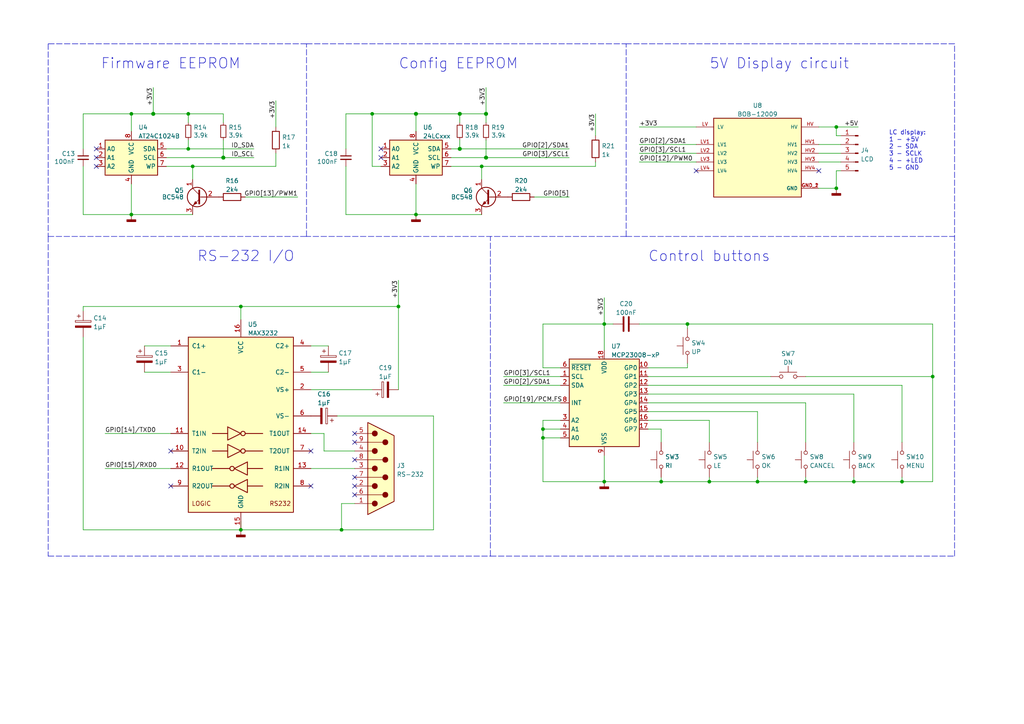
<source format=kicad_sch>
(kicad_sch (version 20211123) (generator eeschema)
  (paper "A4")
  (title_block (title "The Ulysses Board") (date "2022-09-08") (rev "1.3") (company "Dirk Gottschalk") (comment 1 "Base module") (comment 2 "Schematics") (comment 3 "Draft") (comment 4 "EN") (comment 5 "Tech- dev.") (comment 6 "n/a") (comment 7 "Dirk Gottschalk"))
  (lib_symbols
    (symbol "BOB-12009:BOB-12009" (pin_names (offset 1.016))
      (property "Reference" "U" (at -12.7 11.43 0))
      (property "Value" "BOB-12009" (at -12.7 -15.24 0))
      (symbol "BOB-12009_0_0"
        (rectangle (start -12.7 -12.7) (end 12.7 10.16) (stroke (width 0.254)) (fill (type background)))
        (pin power_in line (at 17.78 -10.16 180) (length 5.08) (name "GND") (number "GND_1"))
        (pin power_in line (at 17.78 -10.16 180) (length 5.08) (name "GND") (number "GND_2"))
        (pin bidirectional line (at 17.78 7.62 180) (length 5.08) (name "HV") (number "HV"))
        (pin bidirectional line (at 17.78 2.54 180) (length 5.08) (name "HV1") (number "HV1"))
        (pin bidirectional line (at 17.78 0 180) (length 5.08) (name "HV2") (number "HV2"))
        (pin bidirectional line (at 17.78 -2.54 180) (length 5.08) (name "HV3") (number "HV3"))
        (pin bidirectional line (at 17.78 -5.08 180) (length 5.08) (name "HV4") (number "HV4"))
        (pin bidirectional line (at -17.78 7.62 0) (length 5.08) (name "LV") (number "LV"))
        (pin bidirectional line (at -17.78 2.54 0) (length 5.08) (name "LV1") (number "LV1"))
        (pin bidirectional line (at -17.78 0 0) (length 5.08) (name "LV2") (number "LV2"))
        (pin bidirectional line (at -17.78 -2.54 0) (length 5.08) (name "LV3") (number "LV3"))
        (pin bidirectional line (at -17.78 -5.08 0) (length 5.08) (name "LV4") (number "LV4"))
      )
    )
    (symbol "Connector:Conn_01x05_Male" (pin_names (offset 1.016) hide)
      (property "Reference" "J" (at 0 7.62 0))
      (property "Value" "Conn_01x05_Male" (at 0 -7.62 0))
      (symbol "Conn_01x05_Male_1_1"
        (polyline (pts (xy 1.27 -5.08) (xy 0.8636 -5.08)) (stroke (width 0.1524)))
        (polyline (pts (xy 1.27 -2.54) (xy 0.8636 -2.54)) (stroke (width 0.1524)))
        (polyline (pts (xy 1.27 0) (xy 0.8636 0)) (stroke (width 0.1524)))
        (polyline (pts (xy 1.27 2.54) (xy 0.8636 2.54)) (stroke (width 0.1524)))
        (polyline (pts (xy 1.27 5.08) (xy 0.8636 5.08)) (stroke (width 0.1524)))
        (rectangle (start 0.8636 -4.953) (end 0 -5.207) (stroke (width 0.1524)) (fill (type outline)))
        (rectangle (start 0.8636 -2.413) (end 0 -2.667) (stroke (width 0.1524)) (fill (type outline)))
        (rectangle (start 0.8636 0.127) (end 0 -0.127) (stroke (width 0.1524)) (fill (type outline)))
        (rectangle (start 0.8636 2.667) (end 0 2.413) (stroke (width 0.1524)) (fill (type outline)))
        (rectangle (start 0.8636 5.207) (end 0 4.953) (stroke (width 0.1524)) (fill (type outline)))
        (pin passive line (at 5.08 5.08 180) (length 3.81) (name "Pin_1") (number "1"))
        (pin passive line (at 5.08 2.54 180) (length 3.81) (name "Pin_2") (number "2"))
        (pin passive line (at 5.08 0 180) (length 3.81) (name "Pin_3") (number "3"))
        (pin passive line (at 5.08 -2.54 180) (length 3.81) (name "Pin_4") (number "4"))
        (pin passive line (at 5.08 -5.08 180) (length 3.81) (name "Pin_5") (number "5"))
      )
    )
    (symbol "Connector:DB9_Male" (pin_names (offset 1.016) hide)
      (property "Reference" "J" (at 0 13.97 0))
      (property "Value" "DB9_Male" (at 0 -14.605 0))
      (symbol "DB9_Male_0_1"
        (circle (center -1.778 -10.16) (radius 0.762) (fill (type outline)))
        (circle (center -1.778 -5.08) (radius 0.762) (fill (type outline)))
        (circle (center -1.778 0) (radius 0.762) (fill (type outline)))
        (circle (center -1.778 5.08) (radius 0.762) (fill (type outline)))
        (circle (center -1.778 10.16) (radius 0.762) (fill (type outline)))
        (polyline (pts (xy -3.81 -10.16) (xy -2.54 -10.16)))
        (polyline (pts (xy -3.81 -7.62) (xy 0.508 -7.62)))
        (polyline (pts (xy -3.81 -5.08) (xy -2.54 -5.08)))
        (polyline (pts (xy -3.81 -2.54) (xy 0.508 -2.54)))
        (polyline (pts (xy -3.81 0) (xy -2.54 0)))
        (polyline (pts (xy -3.81 2.54) (xy 0.508 2.54)))
        (polyline (pts (xy -3.81 5.08) (xy -2.54 5.08)))
        (polyline (pts (xy -3.81 7.62) (xy 0.508 7.62)))
        (polyline (pts (xy -3.81 10.16) (xy -2.54 10.16)))
        (polyline (pts (xy -3.81 -13.335) (xy -3.81 13.335) (xy 3.81 9.525) (xy 3.81 -9.525) (xy -3.81 -13.335)) (stroke (width 0.254)) (fill (type background)))
        (circle (center 1.27 -7.62) (radius 0.762) (fill (type outline)))
        (circle (center 1.27 -2.54) (radius 0.762) (fill (type outline)))
        (circle (center 1.27 2.54) (radius 0.762) (fill (type outline)))
        (circle (center 1.27 7.62) (radius 0.762) (fill (type outline)))
      )
      (symbol "DB9_Male_1_1"
        (pin passive line (at -7.62 -10.16 0) (length 3.81) (name "1") (number "1"))
        (pin passive line (at -7.62 -5.08 0) (length 3.81) (name "2") (number "2"))
        (pin passive line (at -7.62 0 0) (length 3.81) (name "3") (number "3"))
        (pin passive line (at -7.62 5.08 0) (length 3.81) (name "4") (number "4"))
        (pin passive line (at -7.62 10.16 0) (length 3.81) (name "5") (number "5"))
        (pin passive line (at -7.62 -7.62 0) (length 3.81) (name "6") (number "6"))
        (pin passive line (at -7.62 -2.54 0) (length 3.81) (name "7") (number "7"))
        (pin passive line (at -7.62 2.54 0) (length 3.81) (name "8") (number "8"))
        (pin passive line (at -7.62 7.62 0) (length 3.81) (name "9") (number "9"))
      )
    )
    (symbol "Device:C" (pin_numbers hide) (pin_names (offset 0.254))
      (property "Reference" "C" (at 0.635 2.54 0))
      (property "Value" "C" (at 0.635 -2.54 0))
      (symbol "C_0_1"
        (polyline (pts (xy -2.032 -0.762) (xy 2.032 -0.762)) (stroke (width 0.508)))
        (polyline (pts (xy -2.032 0.762) (xy 2.032 0.762)) (stroke (width 0.508)))
      )
      (symbol "C_1_1"
        (pin passive line (at 0 3.81 270) (length 2.794) (name "~") (number "1"))
        (pin passive line (at 0 -3.81 90) (length 2.794) (name "~") (number "2"))
      )
    )
    (symbol "Device:C_Polarized" (pin_numbers hide) (pin_names (offset 0.254))
      (property "Reference" "C" (at 0.635 2.54 0))
      (property "Value" "C_Polarized" (at 0.635 -2.54 0))
      (symbol "C_Polarized_0_1"
        (rectangle (start -2.286 0.508) (end 2.286 1.016))
        (polyline (pts (xy -1.778 2.286) (xy -0.762 2.286)))
        (polyline (pts (xy -1.27 2.794) (xy -1.27 1.778)))
        (rectangle (start 2.286 -0.508) (end -2.286 -1.016) (fill (type outline)))
      )
      (symbol "C_Polarized_1_1"
        (pin passive line (at 0 3.81 270) (length 2.794) (name "~") (number "1"))
        (pin passive line (at 0 -3.81 90) (length 2.794) (name "~") (number "2"))
      )
    )
    (symbol "Device:C_Small" (pin_numbers hide) (pin_names (offset 0.254) hide)
      (property "Reference" "C" (at 0.254 1.778 0))
      (property "Value" "C_Small" (at 0.254 -2.032 0))
      (symbol "C_Small_0_1"
        (polyline (pts (xy -1.524 -0.508) (xy 1.524 -0.508)) (stroke (width 0.3302)))
        (polyline (pts (xy -1.524 0.508) (xy 1.524 0.508)) (stroke (width 0.3048)))
      )
      (symbol "C_Small_1_1"
        (pin passive line (at 0 2.54 270) (length 2.032) (name "~") (number "1"))
        (pin passive line (at 0 -2.54 90) (length 2.032) (name "~") (number "2"))
      )
    )
    (symbol "Device:R" (pin_numbers hide) (pin_names (offset 0))
      (property "Reference" "R" (at 2.032 0 90))
      (property "Value" "R" (at 0 0 90))
      (symbol "R_0_1"
        (rectangle (start -1.016 -2.54) (end 1.016 2.54) (stroke (width 0.254)))
      )
      (symbol "R_1_1"
        (pin passive line (at 0 3.81 270) (length 1.27) (name "~") (number "1"))
        (pin passive line (at 0 -3.81 90) (length 1.27) (name "~") (number "2"))
      )
    )
    (symbol "Device:R_Small" (pin_numbers hide) (pin_names (offset 0.254) hide)
      (property "Reference" "R" (at 0.762 0.508 0))
      (property "Value" "R_Small" (at 0.762 -1.016 0))
      (symbol "R_Small_0_1"
        (rectangle (start -0.762 1.778) (end 0.762 -1.778) (stroke (width 0.2032)))
      )
      (symbol "R_Small_1_1"
        (pin passive line (at 0 2.54 270) (length 0.762) (name "~") (number "1"))
        (pin passive line (at 0 -2.54 90) (length 0.762) (name "~") (number "2"))
      )
    )
    (symbol "Interface_Expansion:MCP23008-xP"
      (property "Reference" "U" (at -8.89 13.97 0))
      (property "Value" "MCP23008-xP" (at 8.89 13.97 0))
      (symbol "MCP23008-xP_0_1"
        (rectangle (start -10.16 12.7) (end 10.16 -12.7) (stroke (width 0.254)) (fill (type background)))
      )
      (symbol "MCP23008-xP_1_1"
        (pin input line (at -12.7 7.62 0) (length 2.54) (name "SCL") (number "1"))
        (pin bidirectional line (at 12.7 10.16 180) (length 2.54) (name "GP0") (number "10"))
        (pin bidirectional line (at 12.7 7.62 180) (length 2.54) (name "GP1") (number "11"))
        (pin bidirectional line (at 12.7 5.08 180) (length 2.54) (name "GP2") (number "12"))
        (pin bidirectional line (at 12.7 2.54 180) (length 2.54) (name "GP3") (number "13"))
        (pin bidirectional line (at 12.7 0 180) (length 2.54) (name "GP4") (number "14"))
        (pin bidirectional line (at 12.7 -2.54 180) (length 2.54) (name "GP5") (number "15"))
        (pin bidirectional line (at 12.7 -5.08 180) (length 2.54) (name "GP6") (number "16"))
        (pin bidirectional line (at 12.7 -7.62 180) (length 2.54) (name "GP7") (number "17"))
        (pin power_in line (at 0 15.24 270) (length 2.54) (name "VDD") (number "18"))
        (pin bidirectional line (at -12.7 5.08 0) (length 2.54) (name "SDA") (number "2"))
        (pin input line (at -12.7 -5.08 0) (length 2.54) (name "A2") (number "3"))
        (pin input line (at -12.7 -7.62 0) (length 2.54) (name "A1") (number "4"))
        (pin input line (at -12.7 -10.16 0) (length 2.54) (name "A0") (number "5"))
        (pin input line (at -12.7 10.16 0) (length 2.54) (name "~{RESET}") (number "6"))
        (pin no_connect line (at -10.16 -2.54 0) (length 2.54) hide (name "NC") (number "7"))
        (pin output line (at -12.7 0 0) (length 2.54) (name "INT") (number "8"))
        (pin power_in line (at 0 -15.24 90) (length 2.54) (name "VSS") (number "9"))
      )
    )
    (symbol "Interface_UART:MAX3232" (pin_names (offset 1.016))
      (property "Reference" "U" (at -2.54 28.575 0))
      (property "Value" "MAX3232" (at -2.54 26.67 0))
      (symbol "MAX3232_0_0"
        (text "LOGIC" (at -11.43 -22.86 0) (effects (font (size 1.27 1.27))))
        (text "RS232" (at 11.43 -22.86 0) (effects (font (size 1.27 1.27))))
      )
      (symbol "MAX3232_0_1"
        (rectangle (start -15.24 -25.4) (end 15.24 25.4) (stroke (width 0.254)) (fill (type background)))
        (circle (center -2.54 -17.78) (radius 0.635) (stroke (width 0.254)))
        (circle (center -2.54 -12.7) (radius 0.635) (stroke (width 0.254)))
        (polyline (pts (xy -3.81 -7.62) (xy -8.255 -7.62)) (stroke (width 0.254)))
        (polyline (pts (xy -3.81 -2.54) (xy -8.255 -2.54)) (stroke (width 0.254)))
        (polyline (pts (xy -3.175 -17.78) (xy -8.255 -17.78)) (stroke (width 0.254)))
        (polyline (pts (xy -3.175 -12.7) (xy -8.255 -12.7)) (stroke (width 0.254)))
        (polyline (pts (xy 1.27 -7.62) (xy 6.35 -7.62)) (stroke (width 0.254)))
        (polyline (pts (xy 1.27 -2.54) (xy 6.35 -2.54)) (stroke (width 0.254)))
        (polyline (pts (xy 1.905 -17.78) (xy 6.35 -17.78)) (stroke (width 0.254)))
        (polyline (pts (xy 1.905 -12.7) (xy 6.35 -12.7)) (stroke (width 0.254)))
        (polyline (pts (xy -3.81 -5.715) (xy -3.81 -9.525) (xy 0 -7.62) (xy -3.81 -5.715)) (stroke (width 0.254)))
        (polyline (pts (xy -3.81 -0.635) (xy -3.81 -4.445) (xy 0 -2.54) (xy -3.81 -0.635)) (stroke (width 0.254)))
        (polyline (pts (xy 1.905 -15.875) (xy 1.905 -19.685) (xy -1.905 -17.78) (xy 1.905 -15.875)) (stroke (width 0.254)))
        (polyline (pts (xy 1.905 -10.795) (xy 1.905 -14.605) (xy -1.905 -12.7) (xy 1.905 -10.795)) (stroke (width 0.254)))
        (circle (center 0.635 -7.62) (radius 0.635) (stroke (width 0.254)))
        (circle (center 0.635 -2.54) (radius 0.635) (stroke (width 0.254)))
      )
      (symbol "MAX3232_1_1"
        (pin passive line (at -20.32 22.86 0) (length 5.08) (name "C1+") (number "1"))
        (pin input line (at -20.32 -7.62 0) (length 5.08) (name "T2IN") (number "10"))
        (pin input line (at -20.32 -2.54 0) (length 5.08) (name "T1IN") (number "11"))
        (pin output line (at -20.32 -12.7 0) (length 5.08) (name "R1OUT") (number "12"))
        (pin input line (at 20.32 -12.7 180) (length 5.08) (name "R1IN") (number "13"))
        (pin output line (at 20.32 -2.54 180) (length 5.08) (name "T1OUT") (number "14"))
        (pin power_in line (at 0 -30.48 90) (length 5.08) (name "GND") (number "15"))
        (pin power_in line (at 0 30.48 270) (length 5.08) (name "VCC") (number "16"))
        (pin power_out line (at 20.32 10.16 180) (length 5.08) (name "VS+") (number "2"))
        (pin passive line (at -20.32 15.24 0) (length 5.08) (name "C1-") (number "3"))
        (pin passive line (at 20.32 22.86 180) (length 5.08) (name "C2+") (number "4"))
        (pin passive line (at 20.32 15.24 180) (length 5.08) (name "C2-") (number "5"))
        (pin power_out line (at 20.32 2.54 180) (length 5.08) (name "VS-") (number "6"))
        (pin output line (at 20.32 -7.62 180) (length 5.08) (name "T2OUT") (number "7"))
        (pin input line (at 20.32 -17.78 180) (length 5.08) (name "R2IN") (number "8"))
        (pin output line (at -20.32 -17.78 0) (length 5.08) (name "R2OUT") (number "9"))
      )
    )
    (symbol "Memory_EEPROM:24LC1025"
      (property "Reference" "U" (at -6.35 6.35 0))
      (property "Value" "24LC1025" (at 1.27 6.35 0))
      (symbol "24LC1025_1_1"
        (rectangle (start -7.62 5.08) (end 7.62 -5.08) (stroke (width 0.254)) (fill (type background)))
        (pin input line (at -10.16 2.54 0) (length 2.54) (name "A0") (number "1"))
        (pin input line (at -10.16 0 0) (length 2.54) (name "A1") (number "2"))
        (pin input line (at -10.16 -2.54 0) (length 2.54) (name "A2") (number "3"))
        (pin power_in line (at 0 -7.62 90) (length 2.54) (name "GND") (number "4"))
        (pin bidirectional line (at 10.16 2.54 180) (length 2.54) (name "SDA") (number "5"))
        (pin input line (at 10.16 0 180) (length 2.54) (name "SCL") (number "6"))
        (pin input line (at 10.16 -2.54 180) (length 2.54) (name "WP") (number "7"))
        (pin power_in line (at 0 7.62 270) (length 2.54) (name "VCC") (number "8"))
      )
    )
    (symbol "Memory_EEPROM:CAT24C128"
      (property "Reference" "U" (at -6.35 6.35 0))
      (property "Value" "CAT24C128" (at 1.27 6.35 0))
      (symbol "CAT24C128_1_1"
        (rectangle (start -7.62 5.08) (end 7.62 -5.08) (stroke (width 0.254)) (fill (type background)))
        (pin input line (at -10.16 2.54 0) (length 2.54) (name "A0") (number "1"))
        (pin input line (at -10.16 0 0) (length 2.54) (name "A1") (number "2"))
        (pin input line (at -10.16 -2.54 0) (length 2.54) (name "A2") (number "3"))
        (pin power_in line (at 0 -7.62 90) (length 2.54) (name "GND") (number "4"))
        (pin bidirectional line (at 10.16 2.54 180) (length 2.54) (name "SDA") (number "5"))
        (pin input line (at 10.16 0 180) (length 2.54) (name "SCL") (number "6"))
        (pin input line (at 10.16 -2.54 180) (length 2.54) (name "WP") (number "7"))
        (pin power_in line (at 0 7.62 270) (length 2.54) (name "VCC") (number "8"))
      )
    )
    (symbol "Switch:SW_Push" (pin_numbers hide) (pin_names (offset 1.016) hide)
      (property "Reference" "SW" (at 1.27 2.54 0))
      (property "Value" "SW_Push" (at 0 -1.524 0))
      (symbol "SW_Push_0_1"
        (circle (center -2.032 0) (radius 0.508))
        (polyline (pts (xy 0 1.27) (xy 0 3.048)))
        (polyline (pts (xy 2.54 1.27) (xy -2.54 1.27)))
        (circle (center 2.032 0) (radius 0.508))
        (pin passive line (at -5.08 0 0) (length 2.54) (name "1") (number "1"))
        (pin passive line (at 5.08 0 180) (length 2.54) (name "2") (number "2"))
      )
    )
    (symbol "Transistor_BJT:BC548" (pin_names (offset 0) hide)
      (property "Reference" "Q" (at 5.08 1.905 0))
      (property "Value" "BC548" (at 5.08 0 0))
      (symbol "BC548_0_1"
        (polyline (pts (xy 0 0) (xy 0.635 0)))
        (polyline (pts (xy 0.635 0.635) (xy 2.54 2.54)))
        (polyline (pts (xy 0.635 -0.635) (xy 2.54 -2.54) (xy 2.54 -2.54)))
        (polyline (pts (xy 0.635 1.905) (xy 0.635 -1.905) (xy 0.635 -1.905)) (stroke (width 0.508)))
        (polyline (pts (xy 1.27 -1.778) (xy 1.778 -1.27) (xy 2.286 -2.286) (xy 1.27 -1.778) (xy 1.27 -1.778)) (fill (type outline)))
        (circle (center 1.27 0) (radius 2.8194) (stroke (width 0.254)))
      )
      (symbol "BC548_1_1"
        (pin passive line (at 2.54 5.08 270) (length 2.54) (name "C") (number "1"))
        (pin input line (at -5.08 0 0) (length 5.08) (name "B") (number "2"))
        (pin passive line (at 2.54 -5.08 90) (length 2.54) (name "E") (number "3"))
      )
    )
    (symbol "power:GNDD" (power) (pin_names (offset 0))
      (property "Value" "GNDD" (at 0 -3.175 0))
      (symbol "GNDD_0_1"
        (rectangle (start -1.27 -1.524) (end 1.27 -2.032) (stroke (width 0.254)) (fill (type outline)))
        (polyline (pts (xy 0 0) (xy 0 -1.524)))
      )
      (symbol "GNDD_1_1"
        (pin power_in line (at 0 0 270) (length 0) hide (name "GNDD") (number "1"))
      )
    )
  )
  (junction (at 69.85 88.9))
  (junction (at 55.88 48.26))
  (junction (at 199.39 93.98))
  (junction (at 175.26 139.7))
  (junction (at 38.1 33.02))
  (junction (at 140.97 33.02) (diameter 1.016))
  (junction (at 133.35 33.02) (diameter 1.016))
  (junction (at 120.65 33.02) (diameter 1.016))
  (junction (at 261.62 139.7))
  (junction (at 233.68 139.7))
  (junction (at 205.74 139.7))
  (junction (at 44.45 33.02) (diameter 1.016))
  (junction (at 54.61 43.18))
  (junction (at 157.48 124.46))
  (junction (at 54.61 33.02))
  (junction (at 99.06 153.67))
  (junction (at 38.1 62.23))
  (junction (at 69.85 153.67))
  (junction (at 191.77 139.7))
  (junction (at 140.97 45.72) (diameter 1.016))
  (junction (at 107.95 33.02))
  (junction (at 247.65 139.7))
  (junction (at 139.7 48.26))
  (junction (at 175.26 93.98))
  (junction (at 115.57 88.9))
  (junction (at 64.77 45.72) (diameter 1.016))
  (junction (at 219.71 139.7))
  (junction (at 242.57 36.83))
  (junction (at 157.48 127))
  (junction (at 133.35 43.18) (diameter 1.016))
  (junction (at 270.51 109.22))
  (junction (at 242.57 54.61))
  (junction (at 120.65 62.23))
  (no_connect (at 110.49 45.72))
  (no_connect (at 102.87 133.35))
  (no_connect (at 27.94 48.26))
  (no_connect (at 102.87 138.43))
  (no_connect (at 49.53 130.81))
  (no_connect (at 102.87 128.27))
  (no_connect (at 27.94 43.18))
  (no_connect (at 102.87 140.97))
  (no_connect (at 90.17 130.81))
  (no_connect (at 27.94 45.72))
  (no_connect (at 102.87 143.51))
  (no_connect (at 102.87 125.73))
  (no_connect (at 90.17 140.97))
  (no_connect (at 237.49 49.53))
  (no_connect (at 201.93 49.53))
  (no_connect (at 49.53 140.97))
  (no_connect (at 110.49 43.18))
  (wire (pts (xy 30.48 135.89) (xy 49.53 135.89)))
  (wire (pts (xy 233.68 116.84) (xy 233.68 128.27)))
  (wire (pts (xy 157.48 127) (xy 157.48 139.7)))
  (wire (pts (xy 24.13 48.26) (xy 24.13 62.23)))
  (wire (pts (xy 120.65 53.34) (xy 120.65 62.23)))
  (wire (pts (xy 64.77 35.56) (xy 64.77 33.02)))
  (wire (pts (xy 125.73 120.65) (xy 125.73 153.67)))
  (polyline (pts (xy 13.97 68.58) (xy 13.97 161.29)))
  (wire (pts (xy 242.57 36.83) (xy 248.92 36.83)))
  (wire (pts (xy 219.71 139.7) (xy 233.68 139.7)))
  (wire (pts (xy 162.56 124.46) (xy 157.48 124.46)))
  (wire (pts (xy 233.68 138.43) (xy 233.68 139.7)))
  (wire (pts (xy 185.42 36.83) (xy 201.93 36.83)))
  (wire (pts (xy 187.96 119.38) (xy 219.71 119.38)))
  (wire (pts (xy 95.25 100.33) (xy 90.17 100.33)))
  (wire (pts (xy 157.48 121.92) (xy 157.48 124.46)))
  (wire (pts (xy 130.81 43.18) (xy 133.35 43.18)))
  (wire (pts (xy 115.57 88.9) (xy 115.57 113.03)))
  (wire (pts (xy 187.96 109.22) (xy 223.52 109.22)))
  (wire (pts (xy 191.77 128.27) (xy 191.77 124.46)))
  (wire (pts (xy 270.51 93.98) (xy 270.51 109.22)))
  (wire (pts (xy 233.68 139.7) (xy 247.65 139.7)))
  (wire (pts (xy 90.17 135.89) (xy 102.87 135.89)))
  (wire (pts (xy 100.33 62.23) (xy 120.65 62.23)))
  (wire (pts (xy 205.74 138.43) (xy 205.74 139.7)))
  (wire (pts (xy 48.26 45.72) (xy 64.77 45.72)))
  (wire (pts (xy 44.45 33.02) (xy 54.61 33.02)))
  (wire (pts (xy 38.1 33.02) (xy 38.1 38.1)))
  (wire (pts (xy 133.35 43.18) (xy 165.1 43.18)))
  (wire (pts (xy 157.48 106.68) (xy 162.56 106.68)))
  (wire (pts (xy 69.85 88.9) (xy 115.57 88.9)))
  (wire (pts (xy 69.85 151.13) (xy 69.85 153.67)))
  (wire (pts (xy 55.88 48.26) (xy 55.88 52.07)))
  (polyline (pts (xy 181.61 68.58) (xy 276.86 68.58)))
  (wire (pts (xy 146.05 109.22) (xy 162.56 109.22)))
  (wire (pts (xy 64.77 45.72) (xy 73.66 45.72)))
  (wire (pts (xy 130.81 45.72) (xy 140.97 45.72)))
  (wire (pts (xy 69.85 92.71) (xy 69.85 88.9)))
  (wire (pts (xy 157.48 124.46) (xy 157.48 127)))
  (wire (pts (xy 41.91 107.95) (xy 49.53 107.95)))
  (wire (pts (xy 24.13 62.23) (xy 38.1 62.23)))
  (wire (pts (xy 185.42 46.99) (xy 201.93 46.99)))
  (wire (pts (xy 133.35 33.02) (xy 133.35 35.56)))
  (wire (pts (xy 199.39 93.98) (xy 270.51 93.98)))
  (wire (pts (xy 95.25 107.95) (xy 90.17 107.95)))
  (wire (pts (xy 24.13 88.9) (xy 69.85 88.9)))
  (wire (pts (xy 242.57 49.53) (xy 242.57 54.61)))
  (wire (pts (xy 55.88 48.26) (xy 80.01 48.26)))
  (wire (pts (xy 175.26 93.98) (xy 177.8 93.98)))
  (wire (pts (xy 175.26 86.36) (xy 175.26 93.98)))
  (wire (pts (xy 140.97 40.64) (xy 140.97 45.72)))
  (wire (pts (xy 261.62 128.27) (xy 261.62 111.76)))
  (wire (pts (xy 243.84 49.53) (xy 242.57 49.53)))
  (wire (pts (xy 175.26 93.98) (xy 157.48 93.98)))
  (wire (pts (xy 100.33 48.26) (xy 100.33 62.23)))
  (polyline (pts (xy 142.24 161.29) (xy 276.86 161.29)))
  (wire (pts (xy 140.97 45.72) (xy 165.1 45.72)))
  (wire (pts (xy 54.61 33.02) (xy 64.77 33.02)))
  (wire (pts (xy 247.65 138.43) (xy 247.65 139.7)))
  (wire (pts (xy 54.61 40.64) (xy 54.61 43.18)))
  (wire (pts (xy 38.1 62.23) (xy 55.88 62.23)))
  (wire (pts (xy 38.1 53.34) (xy 38.1 62.23)))
  (wire (pts (xy 175.26 132.08) (xy 175.26 139.7)))
  (wire (pts (xy 185.42 41.91) (xy 201.93 41.91)))
  (wire (pts (xy 48.26 48.26) (xy 55.88 48.26)))
  (wire (pts (xy 191.77 138.43) (xy 191.77 139.7)))
  (wire (pts (xy 187.96 114.3) (xy 247.65 114.3)))
  (wire (pts (xy 30.48 125.73) (xy 49.53 125.73)))
  (wire (pts (xy 41.91 100.33) (xy 49.53 100.33)))
  (wire (pts (xy 185.42 44.45) (xy 201.93 44.45)))
  (polyline (pts (xy 181.61 68.58) (xy 181.61 12.7)))
  (wire (pts (xy 154.94 57.15) (xy 165.1 57.15)))
  (wire (pts (xy 48.26 43.18) (xy 54.61 43.18)))
  (wire (pts (xy 187.96 106.68) (xy 199.39 106.68)))
  (wire (pts (xy 100.33 33.02) (xy 100.33 43.18)))
  (wire (pts (xy 133.35 40.64) (xy 133.35 43.18)))
  (wire (pts (xy 261.62 139.7) (xy 261.62 138.43)))
  (wire (pts (xy 172.72 33.02) (xy 172.72 39.37)))
  (wire (pts (xy 187.96 111.76) (xy 261.62 111.76)))
  (wire (pts (xy 270.51 109.22) (xy 270.51 139.7)))
  (wire (pts (xy 157.48 93.98) (xy 157.48 106.68)))
  (wire (pts (xy 205.74 139.7) (xy 219.71 139.7)))
  (wire (pts (xy 237.49 46.99) (xy 243.84 46.99)))
  (wire (pts (xy 130.81 48.26) (xy 139.7 48.26)))
  (wire (pts (xy 162.56 121.92) (xy 157.48 121.92)))
  (wire (pts (xy 199.39 93.98) (xy 199.39 95.25)))
  (wire (pts (xy 139.7 48.26) (xy 139.7 52.07)))
  (polyline (pts (xy 13.97 68.58) (xy 88.9 68.58)))
  (wire (pts (xy 99.06 146.05) (xy 99.06 153.67)))
  (wire (pts (xy 38.1 33.02) (xy 44.45 33.02)))
  (wire (pts (xy 140.97 33.02) (xy 133.35 33.02)))
  (wire (pts (xy 205.74 121.92) (xy 205.74 128.27)))
  (wire (pts (xy 99.06 146.05) (xy 102.87 146.05)))
  (wire (pts (xy 120.65 33.02) (xy 107.95 33.02)))
  (polyline (pts (xy 276.86 161.29) (xy 276.86 12.7)))
  (wire (pts (xy 102.87 130.81) (xy 93.98 130.81)))
  (wire (pts (xy 157.48 139.7) (xy 175.26 139.7)))
  (wire (pts (xy 237.49 36.83) (xy 242.57 36.83)))
  (wire (pts (xy 24.13 153.67) (xy 69.85 153.67)))
  (polyline (pts (xy 13.97 12.7) (xy 13.97 68.58)))
  (wire (pts (xy 120.65 33.02) (xy 133.35 33.02)))
  (wire (pts (xy 107.95 33.02) (xy 107.95 48.26)))
  (wire (pts (xy 140.97 35.56) (xy 140.97 33.02)))
  (wire (pts (xy 199.39 106.68) (xy 199.39 105.41)))
  (wire (pts (xy 187.96 124.46) (xy 191.77 124.46)))
  (wire (pts (xy 162.56 127) (xy 157.48 127)))
  (wire (pts (xy 24.13 90.17) (xy 24.13 88.9)))
  (polyline (pts (xy 142.24 161.29) (xy 142.24 68.58)))
  (wire (pts (xy 270.51 139.7) (xy 261.62 139.7)))
  (wire (pts (xy 233.68 109.22) (xy 270.51 109.22)))
  (polyline (pts (xy 88.9 12.7) (xy 181.61 12.7)))
  (wire (pts (xy 44.45 25.4) (xy 44.45 33.02)))
  (polyline (pts (xy 13.97 161.29) (xy 142.24 161.29)))
  (wire (pts (xy 191.77 139.7) (xy 205.74 139.7)))
  (wire (pts (xy 185.42 93.98) (xy 199.39 93.98)))
  (wire (pts (xy 93.98 130.81) (xy 93.98 125.73)))
  (wire (pts (xy 54.61 33.02) (xy 54.61 35.56)))
  (wire (pts (xy 247.65 114.3) (xy 247.65 128.27)))
  (wire (pts (xy 219.71 138.43) (xy 219.71 139.7)))
  (wire (pts (xy 24.13 33.02) (xy 38.1 33.02)))
  (wire (pts (xy 125.73 153.67) (xy 99.06 153.67)))
  (wire (pts (xy 139.7 48.26) (xy 172.72 48.26)))
  (wire (pts (xy 120.65 62.23) (xy 139.7 62.23)))
  (wire (pts (xy 146.05 116.84) (xy 162.56 116.84)))
  (wire (pts (xy 146.05 111.76) (xy 162.56 111.76)))
  (wire (pts (xy 219.71 119.38) (xy 219.71 128.27)))
  (wire (pts (xy 80.01 48.26) (xy 80.01 44.45)))
  (wire (pts (xy 99.06 153.67) (xy 69.85 153.67)))
  (wire (pts (xy 187.96 116.84) (xy 233.68 116.84)))
  (wire (pts (xy 140.97 25.4) (xy 140.97 33.02)))
  (wire (pts (xy 71.12 57.15) (xy 86.36 57.15)))
  (wire (pts (xy 54.61 43.18) (xy 73.66 43.18)))
  (wire (pts (xy 175.26 139.7) (xy 191.77 139.7)))
  (polyline (pts (xy 181.61 68.58) (xy 88.9 68.58)))
  (polyline (pts (xy 88.9 68.58) (xy 88.9 12.7)))
  (polyline (pts (xy 276.86 12.7) (xy 181.61 12.7)))
  (wire (pts (xy 90.17 113.03) (xy 107.95 113.03)))
  (wire (pts (xy 187.96 121.92) (xy 205.74 121.92)))
  (wire (pts (xy 243.84 39.37) (xy 242.57 39.37)))
  (wire (pts (xy 237.49 54.61) (xy 242.57 54.61)))
  (wire (pts (xy 24.13 33.02) (xy 24.13 43.18)))
  (wire (pts (xy 93.98 125.73) (xy 90.17 125.73)))
  (wire (pts (xy 115.57 81.28) (xy 115.57 88.9)))
  (wire (pts (xy 247.65 139.7) (xy 261.62 139.7)))
  (wire (pts (xy 97.79 120.65) (xy 125.73 120.65)))
  (wire (pts (xy 120.65 33.02) (xy 120.65 38.1)))
  (wire (pts (xy 64.77 40.64) (xy 64.77 45.72)))
  (wire (pts (xy 107.95 33.02) (xy 100.33 33.02)))
  (wire (pts (xy 237.49 44.45) (xy 243.84 44.45)))
  (wire (pts (xy 237.49 41.91) (xy 243.84 41.91)))
  (wire (pts (xy 110.49 48.26) (xy 107.95 48.26)))
  (wire (pts (xy 175.26 93.98) (xy 175.26 101.6)))
  (wire (pts (xy 242.57 39.37) (xy 242.57 36.83)))
  (wire (pts (xy 80.01 29.21) (xy 80.01 36.83)))
  (wire (pts (xy 24.13 97.79) (xy 24.13 153.67)))
  (polyline (pts (xy 88.9 12.7) (xy 13.97 12.7)))
  (wire (pts (xy 172.72 46.99) (xy 172.72 48.26)))
  (text "LC display:\n1 - +5V\n2 - SDA\n3 - SCLK\n4 - +LED\n5 - GND" (at 257.81 49.53 0) (effects (font (size 1.27 1.27)) (justify left bottom)))
  (text "Firmware EEPROM" (at 29.21 20.32 0) (effects (font (size 3 3)) (justify left bottom)))
  (text "Control buttons" (at 187.96 76.2 0) (effects (font (size 3 3)) (justify left bottom)))
  (text "RS-232 I/O" (at 57.15 76.2 0) (effects (font (size 3 3)) (justify left bottom)))
  (text "5V Display circuit" (at 205.74 20.32 0) (effects (font (size 3 3)) (justify left bottom)))
  (text "Config EEPROM" (at 115.57 20.32 0) (effects (font (size 3 3)) (justify left bottom)))
  (label "GPIO[13]{slash}PWM1" (at 86.36 57.15 180))
  (label "GPIO[2]{slash}SDA1" (at 185.42 41.91 0))
  (label "GPIO[3]{slash}SCL1" (at 165.1 45.72 180))
  (label "GPIO[5]" (at 165.1 57.15 180))
  (label "GPIO[3]{slash}SCL1" (at 146.05 109.22 0))
  (label "+3V3" (at 115.57 81.28 270))
  (label "+3V3" (at 80.01 29.21 270))
  (label "+5V" (at 248.92 36.83 180))
  (label "GPIO[14]{slash}TXD0" (at 30.48 125.73 0))
  (label "+3V3" (at 175.26 86.36 270))
  (label "+3V3" (at 44.45 25.4 270))
  (label "GPIO[19]{slash}PCM.FS" (at 146.05 116.84 0))
  (label "GPIO[15]{slash}RXD0" (at 30.48 135.89 0))
  (label "GPIO[2]{slash}SDA1" (at 146.05 111.76 0))
  (label "+3V3" (at 172.72 33.02 270))
  (label "+3V3" (at 185.42 36.83 0))
  (label "+3V3" (at 140.97 25.4 270))
  (label "ID_SCL" (at 73.66 45.72 180))
  (label "GPIO[3]{slash}SCL1" (at 185.42 44.45 0))
  (label "GPIO[12]{slash}PWM0" (at 185.42 46.99 0))
  (label "GPIO[2]{slash}SDA1" (at 165.1 43.18 180))
  (label "ID_SDA" (at 73.66 43.18 180))
  (symbol (lib_id "Interface_Expansion:MCP23008-xP") (at 175.26 116.84 0) (unit 1)
    (property "Reference" "U7" (at 177.2794 100.4402 0) (effects (justify left)))
    (property "Value" "MCP23008-xP" (at 177.2794 102.9771 0) (effects (justify left)))
    (property "Footprint" "Package_DIP:DIP-18_W7.62mm" (effects hide))
    (property "Datasheet" "http://ww1.microchip.com/downloads/en/DeviceDoc/MCP23008-MCP23S08-Data-Sheet-20001919F.pdf" (effects hide))
  )
  (symbol (lib_id "Switch:SW_Push") (at 228.6 109.22 0) (unit 1)
    (property "Reference" "SW7" (at 228.6 102.5992 0))
    (property "Value" "DN" (at 228.6 105.1361 0))
  )
  (symbol (lib_id "Transistor_BJT:BC548") (at 58.42 57.15 0) (mirror y) (unit 1)
    (property "Reference" "Q5" (at 53.34 55.245 0) (effects (justify left)))
    (property "Value" "BC548" (at 53.34 57.15 0) (effects (justify left)))
    (property "Footprint" "Package_TO_SOT_THT:TO-92_Inline" (effects hide))
    (property "Datasheet" "https://www.onsemi.com/pub/Collateral/BC550-D.pdf" (effects hide))
  )
  (symbol (lib_id "Switch:SW_Push") (at 199.39 100.33 90) (unit 1)
    (property "Reference" "SW4" (at 200.533 99.4953 90) (effects (justify right)))
    (property "Value" "UP" (at 200.533 102.0322 90) (effects (justify right)))
  )
  (symbol (lib_id "Device:R") (at 67.31 57.15 90) (unit 1)
    (property "Reference" "R16" (at 67.31 52.4342 90))
    (property "Value" "2k4" (at 67.31 54.9711 90))
  )
  (symbol (lib_id "Switch:SW_Push") (at 205.74 133.35 90) (unit 1)
    (property "Reference" "SW5" (at 206.883 132.5153 90) (effects (justify right)))
    (property "Value" "LE" (at 206.883 135.0522 90) (effects (justify right)))
    (property "Footprint" "Button_Switch_SMD:SW_MEC_5GSH9" (effects hide))
  )
  (symbol (lib_id "Switch:SW_Push") (at 261.62 133.35 90) (unit 1)
    (property "Reference" "SW10" (at 262.763 132.5153 90) (effects (justify right)))
    (property "Value" "MENU" (at 262.763 135.0522 90) (effects (justify right)))
    (property "Footprint" "Button_Switch_SMD:SW_MEC_5GSH9" (effects hide))
  )
  (symbol (lib_id "Device:C_Small") (at 100.33 45.72 0) (unit 1)
    (property "Reference" "C18" (at 98.0058 44.5706 0) (effects (justify right)))
    (property "Value" "100nF" (at 98.0058 46.8693 0) (effects (justify right)))
  )
  (symbol (lib_id "power:GNDD") (at 38.1 62.23 0) (unit 1)
    (property "Reference" "#PWR04" (effects hide))
    (property "Value" "GNDD" (effects hide))
  )
  (symbol (lib_id "Device:R") (at 172.72 43.18 0) (unit 1)
    (property "Reference" "R21" (at 174.498 42.3453 0) (effects (justify left)))
    (property "Value" "1k" (at 174.498 44.8822 0) (effects (justify left)))
  )
  (symbol (lib_id "Connector:DB9_Male") (at 110.49 135.89 0) (unit 1)
    (property "Reference" "J3" (at 115.062 135.0553 0) (effects (justify left)))
    (property "Value" "RS-232" (at 115.062 137.5922 0) (effects (justify left)))
    (property "Footprint" "Connector_Dsub:DSUB-9_Male_Horizontal_P2.77x2.84mm_EdgePinOffset9.40mm" (effects hide))
    (property "Datasheet" " ~" (effects hide))
  )
  (symbol (lib_id "Interface_UART:MAX3232") (at 69.85 123.19 0) (unit 1)
    (property "Reference" "U5" (at 71.8694 94.0902 0) (effects (justify left)))
    (property "Value" "MAX3232" (at 71.8694 96.6271 0) (effects (justify left)))
    (property "Datasheet" "https://datasheets.maximintegrated.com/en/ds/MAX3222-MAX3241.pdf" (effects hide))
  )
  (symbol (lib_id "Device:R_Small") (at 133.35 38.1 0) (unit 1)
    (property "Reference" "R18" (at 134.8486 36.957 0) (effects (justify left)))
    (property "Value" "3.9k" (at 134.8487 39.2493 0) (effects (justify left)))
  )
  (symbol (lib_id "Device:C_Polarized") (at 95.25 104.14 0) (unit 1)
    (property "Reference" "C17" (at 98.171 102.4163 0) (effects (justify left)))
    (property "Value" "1µF" (at 98.171 104.9532 0) (effects (justify left)))
  )
  (symbol (lib_id "power:GNDD") (at 69.85 153.67 0) (unit 1)
    (property "Reference" "#PWR05" (effects hide))
    (property "Value" "GNDD" (effects hide))
  )
  (symbol (lib_id "Switch:SW_Push") (at 219.71 133.35 90) (unit 1)
    (property "Reference" "SW6" (at 220.853 132.5153 90) (effects (justify right)))
    (property "Value" "OK" (at 220.853 135.0522 90) (effects (justify right)))
    (property "Footprint" "Button_Switch_SMD:SW_MEC_5GSH9" (effects hide))
  )
  (symbol (lib_id "Connector:Conn_01x05_Male") (at 248.92 44.45 0) (mirror y) (unit 1)
    (property "Reference" "J4" (at 249.6312 43.6153 0) (effects (justify right)))
    (property "Value" "LCD" (at 249.6312 46.1522 0) (effects (justify right)))
    (property "Footprint" "Connector_PinHeader_2.54mm:PinHeader_1x05_P2.54mm_Vertical_SMD_Pin1Right" (effects hide))
  )
  (symbol (lib_id "Device:R") (at 80.01 40.64 0) (unit 1)
    (property "Reference" "R17" (at 81.788 39.8053 0) (effects (justify left)))
    (property "Value" "1k" (at 81.788 42.3422 0) (effects (justify left)))
  )
  (symbol (lib_id "power:GNDD") (at 175.26 139.7 0) (unit 1)
    (property "Reference" "#PWR07" (effects hide))
    (property "Value" "GNDD" (effects hide))
  )
  (symbol (lib_id "Device:C_Polarized") (at 41.91 104.14 0) (unit 1)
    (property "Reference" "C15" (at 44.831 102.4163 0) (effects (justify left)))
    (property "Value" "1µF" (at 44.831 104.9532 0) (effects (justify left)))
  )
  (symbol (lib_id "Switch:SW_Push") (at 247.65 133.35 90) (unit 1)
    (property "Reference" "SW9" (at 248.793 132.5153 90) (effects (justify right)))
    (property "Value" "BACK" (at 248.793 135.0522 90) (effects (justify right)))
    (property "Footprint" "Button_Switch_SMD:SW_MEC_5GSH9" (effects hide))
  )
  (symbol (lib_id "Memory_EEPROM:CAT24C128") (at 38.1 45.72 0) (unit 1)
    (property "Reference" "U4" (at 40.1194 36.9402 0) (effects (justify left)))
    (property "Value" "AT24C1024B" (at 40.1194 39.4771 0) (effects (justify left)))
    (property "Footprint" "Package_DIP:DIP-8_W7.62mm_LongPads" (effects hide))
    (property "Datasheet" "https://www.onsemi.com/pub/Collateral/CAT24C128-D.PDF" (effects hide))
  )
  (symbol (lib_id "Device:R_Small") (at 140.97 38.1 0) (unit 1)
    (property "Reference" "R19" (at 142.4686 36.957 0) (effects (justify left)))
    (property "Value" "3.9k" (at 142.4687 39.2493 0) (effects (justify left)))
  )
  (symbol (lib_id "Device:R") (at 151.13 57.15 90) (unit 1)
    (property "Reference" "R20" (at 151.13 52.4342 90))
    (property "Value" "2k4" (at 151.13 54.9711 90))
  )
  (symbol (lib_id "Memory_EEPROM:24LC1025") (at 120.65 45.72 0) (unit 1)
    (property "Reference" "U6" (at 122.6694 36.9402 0) (effects (justify left)))
    (property "Value" "24LCxxx" (at 122.6694 39.4771 0) (effects (justify left)))
    (property "Datasheet" "http://ww1.microchip.com/downloads/en/DeviceDoc/21941B.pdf" (effects hide))
  )
  (symbol (lib_id "Device:R_Small") (at 54.61 38.1 0) (unit 1)
    (property "Reference" "R14" (at 56.1086 36.957 0) (effects (justify left)))
    (property "Value" "3.9k" (at 56.1087 39.2493 0) (effects (justify left)))
  )
  (symbol (lib_id "Device:C_Polarized") (at 111.76 113.03 90) (unit 1)
    (property "Reference" "C19" (at 111.76 106.68 90))
    (property "Value" "1µF" (at 111.76 109.22 90))
  )
  (symbol (lib_id "power:GNDD") (at 242.57 54.61 0) (unit 1)
    (property "Reference" "#PWR08" (effects hide))
    (property "Value" "GNDD" (effects hide))
  )
  (symbol (lib_id "Device:C_Polarized") (at 24.13 93.98 0) (unit 1)
    (property "Reference" "C14" (at 27.051 92.2563 0) (effects (justify left)))
    (property "Value" "1µF" (at 27.051 94.7932 0) (effects (justify left)))
  )
  (symbol (lib_id "Device:C_Small") (at 24.13 45.72 0) (unit 1)
    (property "Reference" "C13" (at 21.8058 44.5706 0) (effects (justify right)))
    (property "Value" "100nF" (at 21.8058 46.8693 0) (effects (justify right)))
  )
  (symbol (lib_id "Device:C_Polarized") (at 93.98 120.65 270) (mirror x) (unit 1)
    (property "Reference" "C16" (at 93.98 114.3 90))
    (property "Value" "1µF" (at 93.98 116.84 90))
  )
  (symbol (lib_id "Device:C") (at 181.61 93.98 90) (unit 1)
    (property "Reference" "C20" (at 181.61 88.1212 90))
    (property "Value" "100nF" (at 181.61 90.6581 90))
  )
  (symbol (lib_id "Switch:SW_Push") (at 191.77 133.35 90) (unit 1)
    (property "Reference" "SW3" (at 192.913 132.5153 90) (effects (justify right)))
    (property "Value" "RI" (at 192.913 135.0522 90) (effects (justify right)))
    (property "Footprint" "Button_Switch_SMD:SW_MEC_5GSH9" (effects hide))
  )
  (symbol (lib_id "power:GNDD") (at 120.65 62.23 0) (unit 1)
    (property "Reference" "#PWR06" (effects hide))
    (property "Value" "GNDD" (effects hide))
  )
  (symbol (lib_id "BOB-12009:BOB-12009") (at 219.71 44.45 0) (unit 1)
    (property "Reference" "U8" (at 219.71 30.5902 0))
    (property "Value" "BOB-12009" (at 219.71 33.1271 0))
    (property "Footprint" "BOB-12009:CONV_BOB-12009" (effects hide))
    (property "MANUFACTURER" "SparkFun Electronics" (effects hide))
    (property "STANDARD" "Manufacturer Recommendations" (effects hide))
    (property "PARTREV" "01" (effects hide))
    (property "MAXIMUM_PACKAGE_HEIGHT" "N/A" (effects hide))
  )
  (symbol (lib_id "Transistor_BJT:BC548") (at 142.24 57.15 0) (mirror y) (unit 1)
    (property "Reference" "Q6" (at 137.16 55.245 0) (effects (justify left)))
    (property "Value" "BC548" (at 137.16 57.15 0) (effects (justify left)))
    (property "Footprint" "Package_TO_SOT_THT:TO-92_Inline" (effects hide))
    (property "Datasheet" "https://www.onsemi.com/pub/Collateral/BC550-D.pdf" (effects hide))
  )
  (symbol (lib_id "Switch:SW_Push") (at 233.68 133.35 90) (unit 1)
    (property "Reference" "SW8" (at 234.823 132.5153 90) (effects (justify right)))
    (property "Value" "CANCEL" (at 234.823 135.0522 90) (effects (justify right)))
    (property "Footprint" "Button_Switch_SMD:SW_MEC_5GSH9" (effects hide))
  )
  (symbol (lib_id "Device:R_Small") (at 64.77 38.1 0) (unit 1)
    (property "Reference" "R15" (at 66.2686 36.957 0) (effects (justify left)))
    (property "Value" "3.9k" (at 66.2687 39.2493 0) (effects (justify left)))
  )
)
</source>
